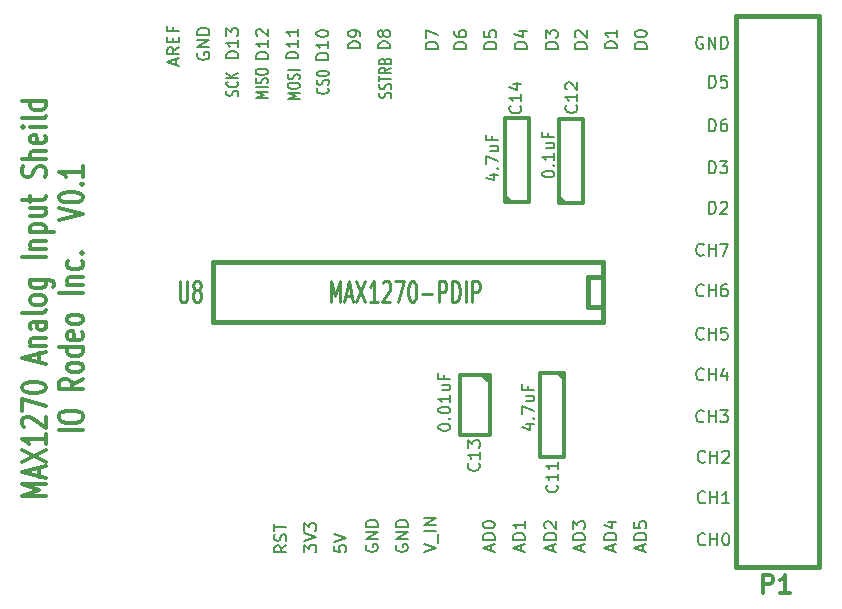
<source format=gto>
G04 (created by PCBNEW-RS274X (2011-aug-04)-testing) date Fri 14 Sep 2012 05:32:11 PM PDT*
G01*
G70*
G90*
%MOIN*%
G04 Gerber Fmt 3.4, Leading zero omitted, Abs format*
%FSLAX34Y34*%
G04 APERTURE LIST*
%ADD10C,0.006000*%
%ADD11C,0.012000*%
%ADD12C,0.015000*%
%ADD13C,0.011300*%
%ADD14C,0.008000*%
G04 APERTURE END LIST*
G54D10*
X61872Y-34045D02*
X61472Y-34045D01*
X61472Y-33950D01*
X61491Y-33892D01*
X61529Y-33854D01*
X61567Y-33835D01*
X61643Y-33816D01*
X61700Y-33816D01*
X61777Y-33835D01*
X61815Y-33854D01*
X61853Y-33892D01*
X61872Y-33950D01*
X61872Y-34045D01*
X61643Y-33588D02*
X61624Y-33626D01*
X61605Y-33645D01*
X61567Y-33664D01*
X61548Y-33664D01*
X61510Y-33645D01*
X61491Y-33626D01*
X61472Y-33588D01*
X61472Y-33511D01*
X61491Y-33473D01*
X61510Y-33454D01*
X61548Y-33435D01*
X61567Y-33435D01*
X61605Y-33454D01*
X61624Y-33473D01*
X61643Y-33511D01*
X61643Y-33588D01*
X61662Y-33626D01*
X61681Y-33645D01*
X61720Y-33664D01*
X61796Y-33664D01*
X61834Y-33645D01*
X61853Y-33626D01*
X61872Y-33588D01*
X61872Y-33511D01*
X61853Y-33473D01*
X61834Y-33454D01*
X61796Y-33435D01*
X61720Y-33435D01*
X61681Y-33454D01*
X61662Y-33473D01*
X61643Y-33511D01*
X60882Y-34045D02*
X60482Y-34045D01*
X60482Y-33950D01*
X60501Y-33892D01*
X60539Y-33854D01*
X60577Y-33835D01*
X60653Y-33816D01*
X60710Y-33816D01*
X60787Y-33835D01*
X60825Y-33854D01*
X60863Y-33892D01*
X60882Y-33950D01*
X60882Y-34045D01*
X60882Y-33626D02*
X60882Y-33550D01*
X60863Y-33511D01*
X60844Y-33492D01*
X60787Y-33454D01*
X60710Y-33435D01*
X60558Y-33435D01*
X60520Y-33454D01*
X60501Y-33473D01*
X60482Y-33511D01*
X60482Y-33588D01*
X60501Y-33626D01*
X60520Y-33645D01*
X60558Y-33664D01*
X60653Y-33664D01*
X60691Y-33645D01*
X60710Y-33626D01*
X60730Y-33588D01*
X60730Y-33511D01*
X60710Y-33473D01*
X60691Y-33454D01*
X60653Y-33435D01*
X59812Y-34426D02*
X59412Y-34426D01*
X59412Y-34331D01*
X59431Y-34273D01*
X59469Y-34235D01*
X59507Y-34216D01*
X59583Y-34197D01*
X59640Y-34197D01*
X59717Y-34216D01*
X59755Y-34235D01*
X59793Y-34273D01*
X59812Y-34331D01*
X59812Y-34426D01*
X59812Y-33816D02*
X59812Y-34045D01*
X59812Y-33931D02*
X59412Y-33931D01*
X59469Y-33969D01*
X59507Y-34007D01*
X59526Y-34045D01*
X59412Y-33569D02*
X59412Y-33530D01*
X59431Y-33492D01*
X59450Y-33473D01*
X59488Y-33454D01*
X59564Y-33435D01*
X59660Y-33435D01*
X59736Y-33454D01*
X59774Y-33473D01*
X59793Y-33492D01*
X59812Y-33530D01*
X59812Y-33569D01*
X59793Y-33607D01*
X59774Y-33626D01*
X59736Y-33645D01*
X59660Y-33664D01*
X59564Y-33664D01*
X59488Y-33645D01*
X59450Y-33626D01*
X59431Y-33607D01*
X59412Y-33569D01*
X58802Y-34386D02*
X58402Y-34386D01*
X58402Y-34291D01*
X58421Y-34233D01*
X58459Y-34195D01*
X58497Y-34176D01*
X58573Y-34157D01*
X58630Y-34157D01*
X58707Y-34176D01*
X58745Y-34195D01*
X58783Y-34233D01*
X58802Y-34291D01*
X58802Y-34386D01*
X58802Y-33776D02*
X58802Y-34005D01*
X58802Y-33891D02*
X58402Y-33891D01*
X58459Y-33929D01*
X58497Y-33967D01*
X58516Y-34005D01*
X58802Y-33395D02*
X58802Y-33624D01*
X58802Y-33510D02*
X58402Y-33510D01*
X58459Y-33548D01*
X58497Y-33586D01*
X58516Y-33624D01*
X57802Y-34396D02*
X57402Y-34396D01*
X57402Y-34301D01*
X57421Y-34243D01*
X57459Y-34205D01*
X57497Y-34186D01*
X57573Y-34167D01*
X57630Y-34167D01*
X57707Y-34186D01*
X57745Y-34205D01*
X57783Y-34243D01*
X57802Y-34301D01*
X57802Y-34396D01*
X57802Y-33786D02*
X57802Y-34015D01*
X57802Y-33901D02*
X57402Y-33901D01*
X57459Y-33939D01*
X57497Y-33977D01*
X57516Y-34015D01*
X57440Y-33634D02*
X57421Y-33615D01*
X57402Y-33577D01*
X57402Y-33481D01*
X57421Y-33443D01*
X57440Y-33424D01*
X57478Y-33405D01*
X57516Y-33405D01*
X57573Y-33424D01*
X57802Y-33653D01*
X57802Y-33405D01*
X56812Y-34376D02*
X56412Y-34376D01*
X56412Y-34281D01*
X56431Y-34223D01*
X56469Y-34185D01*
X56507Y-34166D01*
X56583Y-34147D01*
X56640Y-34147D01*
X56717Y-34166D01*
X56755Y-34185D01*
X56793Y-34223D01*
X56812Y-34281D01*
X56812Y-34376D01*
X56812Y-33766D02*
X56812Y-33995D01*
X56812Y-33881D02*
X56412Y-33881D01*
X56469Y-33919D01*
X56507Y-33957D01*
X56526Y-33995D01*
X56412Y-33633D02*
X56412Y-33385D01*
X56564Y-33519D01*
X56564Y-33461D01*
X56583Y-33423D01*
X56602Y-33404D01*
X56640Y-33385D01*
X56736Y-33385D01*
X56774Y-33404D01*
X56793Y-33423D01*
X56812Y-33461D01*
X56812Y-33576D01*
X56793Y-33614D01*
X56774Y-33633D01*
X70422Y-34055D02*
X70022Y-34055D01*
X70022Y-33960D01*
X70041Y-33902D01*
X70079Y-33864D01*
X70117Y-33845D01*
X70193Y-33826D01*
X70250Y-33826D01*
X70327Y-33845D01*
X70365Y-33864D01*
X70403Y-33902D01*
X70422Y-33960D01*
X70422Y-34055D01*
X70022Y-33579D02*
X70022Y-33540D01*
X70041Y-33502D01*
X70060Y-33483D01*
X70098Y-33464D01*
X70174Y-33445D01*
X70270Y-33445D01*
X70346Y-33464D01*
X70384Y-33483D01*
X70403Y-33502D01*
X70422Y-33540D01*
X70422Y-33579D01*
X70403Y-33617D01*
X70384Y-33636D01*
X70346Y-33655D01*
X70270Y-33674D01*
X70174Y-33674D01*
X70098Y-33655D01*
X70060Y-33636D01*
X70041Y-33617D01*
X70022Y-33579D01*
X69422Y-34045D02*
X69022Y-34045D01*
X69022Y-33950D01*
X69041Y-33892D01*
X69079Y-33854D01*
X69117Y-33835D01*
X69193Y-33816D01*
X69250Y-33816D01*
X69327Y-33835D01*
X69365Y-33854D01*
X69403Y-33892D01*
X69422Y-33950D01*
X69422Y-34045D01*
X69422Y-33435D02*
X69422Y-33664D01*
X69422Y-33550D02*
X69022Y-33550D01*
X69079Y-33588D01*
X69117Y-33626D01*
X69136Y-33664D01*
X66422Y-34055D02*
X66022Y-34055D01*
X66022Y-33960D01*
X66041Y-33902D01*
X66079Y-33864D01*
X66117Y-33845D01*
X66193Y-33826D01*
X66250Y-33826D01*
X66327Y-33845D01*
X66365Y-33864D01*
X66403Y-33902D01*
X66422Y-33960D01*
X66422Y-34055D01*
X66155Y-33483D02*
X66422Y-33483D01*
X66003Y-33579D02*
X66289Y-33674D01*
X66289Y-33426D01*
X63452Y-34055D02*
X63052Y-34055D01*
X63052Y-33960D01*
X63071Y-33902D01*
X63109Y-33864D01*
X63147Y-33845D01*
X63223Y-33826D01*
X63280Y-33826D01*
X63357Y-33845D01*
X63395Y-33864D01*
X63433Y-33902D01*
X63452Y-33960D01*
X63452Y-34055D01*
X63052Y-33693D02*
X63052Y-33426D01*
X63452Y-33598D01*
G54D11*
X50394Y-48984D02*
X49594Y-48984D01*
X50165Y-48784D01*
X49594Y-48584D01*
X50394Y-48584D01*
X50165Y-48327D02*
X50165Y-48041D01*
X50394Y-48384D02*
X49594Y-48184D01*
X50394Y-47984D01*
X49594Y-47841D02*
X50394Y-47441D01*
X49594Y-47441D02*
X50394Y-47841D01*
X50394Y-46899D02*
X50394Y-47242D01*
X50394Y-47070D02*
X49594Y-47070D01*
X49708Y-47127D01*
X49784Y-47185D01*
X49822Y-47242D01*
X49670Y-46671D02*
X49632Y-46642D01*
X49594Y-46585D01*
X49594Y-46442D01*
X49632Y-46385D01*
X49670Y-46356D01*
X49746Y-46328D01*
X49822Y-46328D01*
X49937Y-46356D01*
X50394Y-46699D01*
X50394Y-46328D01*
X49594Y-46128D02*
X49594Y-45728D01*
X50394Y-45985D01*
X49594Y-45386D02*
X49594Y-45329D01*
X49632Y-45272D01*
X49670Y-45243D01*
X49746Y-45214D01*
X49899Y-45186D01*
X50089Y-45186D01*
X50241Y-45214D01*
X50318Y-45243D01*
X50356Y-45272D01*
X50394Y-45329D01*
X50394Y-45386D01*
X50356Y-45443D01*
X50318Y-45472D01*
X50241Y-45500D01*
X50089Y-45529D01*
X49899Y-45529D01*
X49746Y-45500D01*
X49670Y-45472D01*
X49632Y-45443D01*
X49594Y-45386D01*
X50165Y-44501D02*
X50165Y-44215D01*
X50394Y-44558D02*
X49594Y-44358D01*
X50394Y-44158D01*
X49860Y-43958D02*
X50394Y-43958D01*
X49937Y-43958D02*
X49899Y-43930D01*
X49860Y-43872D01*
X49860Y-43787D01*
X49899Y-43730D01*
X49975Y-43701D01*
X50394Y-43701D01*
X50394Y-43158D02*
X49975Y-43158D01*
X49899Y-43187D01*
X49860Y-43244D01*
X49860Y-43358D01*
X49899Y-43415D01*
X50356Y-43158D02*
X50394Y-43215D01*
X50394Y-43358D01*
X50356Y-43415D01*
X50280Y-43444D01*
X50203Y-43444D01*
X50127Y-43415D01*
X50089Y-43358D01*
X50089Y-43215D01*
X50051Y-43158D01*
X50394Y-42786D02*
X50356Y-42844D01*
X50280Y-42872D01*
X49594Y-42872D01*
X50394Y-42472D02*
X50356Y-42530D01*
X50318Y-42558D01*
X50241Y-42587D01*
X50013Y-42587D01*
X49937Y-42558D01*
X49899Y-42530D01*
X49860Y-42472D01*
X49860Y-42387D01*
X49899Y-42330D01*
X49937Y-42301D01*
X50013Y-42272D01*
X50241Y-42272D01*
X50318Y-42301D01*
X50356Y-42330D01*
X50394Y-42387D01*
X50394Y-42472D01*
X49860Y-41758D02*
X50508Y-41758D01*
X50584Y-41787D01*
X50622Y-41815D01*
X50660Y-41872D01*
X50660Y-41958D01*
X50622Y-42015D01*
X50356Y-41758D02*
X50394Y-41815D01*
X50394Y-41929D01*
X50356Y-41987D01*
X50318Y-42015D01*
X50241Y-42044D01*
X50013Y-42044D01*
X49937Y-42015D01*
X49899Y-41987D01*
X49860Y-41929D01*
X49860Y-41815D01*
X49899Y-41758D01*
X50394Y-41015D02*
X49594Y-41015D01*
X49860Y-40729D02*
X50394Y-40729D01*
X49937Y-40729D02*
X49899Y-40701D01*
X49860Y-40643D01*
X49860Y-40558D01*
X49899Y-40501D01*
X49975Y-40472D01*
X50394Y-40472D01*
X49860Y-40186D02*
X50660Y-40186D01*
X49899Y-40186D02*
X49860Y-40129D01*
X49860Y-40015D01*
X49899Y-39958D01*
X49937Y-39929D01*
X50013Y-39900D01*
X50241Y-39900D01*
X50318Y-39929D01*
X50356Y-39958D01*
X50394Y-40015D01*
X50394Y-40129D01*
X50356Y-40186D01*
X49860Y-39386D02*
X50394Y-39386D01*
X49860Y-39643D02*
X50280Y-39643D01*
X50356Y-39615D01*
X50394Y-39557D01*
X50394Y-39472D01*
X50356Y-39415D01*
X50318Y-39386D01*
X49860Y-39186D02*
X49860Y-38957D01*
X49594Y-39100D02*
X50280Y-39100D01*
X50356Y-39072D01*
X50394Y-39014D01*
X50394Y-38957D01*
X50356Y-38329D02*
X50394Y-38243D01*
X50394Y-38100D01*
X50356Y-38043D01*
X50318Y-38014D01*
X50241Y-37986D01*
X50165Y-37986D01*
X50089Y-38014D01*
X50051Y-38043D01*
X50013Y-38100D01*
X49975Y-38214D01*
X49937Y-38272D01*
X49899Y-38300D01*
X49822Y-38329D01*
X49746Y-38329D01*
X49670Y-38300D01*
X49632Y-38272D01*
X49594Y-38214D01*
X49594Y-38072D01*
X49632Y-37986D01*
X50394Y-37729D02*
X49594Y-37729D01*
X50394Y-37472D02*
X49975Y-37472D01*
X49899Y-37501D01*
X49860Y-37558D01*
X49860Y-37643D01*
X49899Y-37701D01*
X49937Y-37729D01*
X50356Y-36958D02*
X50394Y-37015D01*
X50394Y-37129D01*
X50356Y-37186D01*
X50280Y-37215D01*
X49975Y-37215D01*
X49899Y-37186D01*
X49860Y-37129D01*
X49860Y-37015D01*
X49899Y-36958D01*
X49975Y-36929D01*
X50051Y-36929D01*
X50127Y-37215D01*
X50394Y-36672D02*
X49860Y-36672D01*
X49594Y-36672D02*
X49632Y-36701D01*
X49670Y-36672D01*
X49632Y-36644D01*
X49594Y-36672D01*
X49670Y-36672D01*
X50394Y-36300D02*
X50356Y-36358D01*
X50280Y-36386D01*
X49594Y-36386D01*
X50394Y-35815D02*
X49594Y-35815D01*
X50356Y-35815D02*
X50394Y-35872D01*
X50394Y-35986D01*
X50356Y-36044D01*
X50318Y-36072D01*
X50241Y-36101D01*
X50013Y-36101D01*
X49937Y-36072D01*
X49899Y-36044D01*
X49860Y-35986D01*
X49860Y-35872D01*
X49899Y-35815D01*
X51634Y-46785D02*
X50834Y-46785D01*
X50834Y-46385D02*
X50834Y-46271D01*
X50872Y-46213D01*
X50948Y-46156D01*
X51100Y-46128D01*
X51367Y-46128D01*
X51520Y-46156D01*
X51596Y-46213D01*
X51634Y-46271D01*
X51634Y-46385D01*
X51596Y-46442D01*
X51520Y-46499D01*
X51367Y-46528D01*
X51100Y-46528D01*
X50948Y-46499D01*
X50872Y-46442D01*
X50834Y-46385D01*
X51634Y-45070D02*
X51253Y-45270D01*
X51634Y-45413D02*
X50834Y-45413D01*
X50834Y-45185D01*
X50872Y-45127D01*
X50910Y-45099D01*
X50986Y-45070D01*
X51100Y-45070D01*
X51177Y-45099D01*
X51215Y-45127D01*
X51253Y-45185D01*
X51253Y-45413D01*
X51634Y-44727D02*
X51596Y-44785D01*
X51558Y-44813D01*
X51481Y-44842D01*
X51253Y-44842D01*
X51177Y-44813D01*
X51139Y-44785D01*
X51100Y-44727D01*
X51100Y-44642D01*
X51139Y-44585D01*
X51177Y-44556D01*
X51253Y-44527D01*
X51481Y-44527D01*
X51558Y-44556D01*
X51596Y-44585D01*
X51634Y-44642D01*
X51634Y-44727D01*
X51634Y-44013D02*
X50834Y-44013D01*
X51596Y-44013D02*
X51634Y-44070D01*
X51634Y-44184D01*
X51596Y-44242D01*
X51558Y-44270D01*
X51481Y-44299D01*
X51253Y-44299D01*
X51177Y-44270D01*
X51139Y-44242D01*
X51100Y-44184D01*
X51100Y-44070D01*
X51139Y-44013D01*
X51596Y-43499D02*
X51634Y-43556D01*
X51634Y-43670D01*
X51596Y-43727D01*
X51520Y-43756D01*
X51215Y-43756D01*
X51139Y-43727D01*
X51100Y-43670D01*
X51100Y-43556D01*
X51139Y-43499D01*
X51215Y-43470D01*
X51291Y-43470D01*
X51367Y-43756D01*
X51634Y-43127D02*
X51596Y-43185D01*
X51558Y-43213D01*
X51481Y-43242D01*
X51253Y-43242D01*
X51177Y-43213D01*
X51139Y-43185D01*
X51100Y-43127D01*
X51100Y-43042D01*
X51139Y-42985D01*
X51177Y-42956D01*
X51253Y-42927D01*
X51481Y-42927D01*
X51558Y-42956D01*
X51596Y-42985D01*
X51634Y-43042D01*
X51634Y-43127D01*
X51634Y-42213D02*
X50834Y-42213D01*
X51100Y-41927D02*
X51634Y-41927D01*
X51177Y-41927D02*
X51139Y-41899D01*
X51100Y-41841D01*
X51100Y-41756D01*
X51139Y-41699D01*
X51215Y-41670D01*
X51634Y-41670D01*
X51596Y-41127D02*
X51634Y-41184D01*
X51634Y-41298D01*
X51596Y-41356D01*
X51558Y-41384D01*
X51481Y-41413D01*
X51253Y-41413D01*
X51177Y-41384D01*
X51139Y-41356D01*
X51100Y-41298D01*
X51100Y-41184D01*
X51139Y-41127D01*
X51558Y-40870D02*
X51596Y-40842D01*
X51634Y-40870D01*
X51596Y-40899D01*
X51558Y-40870D01*
X51634Y-40870D01*
X50834Y-39756D02*
X51634Y-39556D01*
X50834Y-39356D01*
X50834Y-39042D02*
X50834Y-38985D01*
X50872Y-38928D01*
X50910Y-38899D01*
X50986Y-38870D01*
X51139Y-38842D01*
X51329Y-38842D01*
X51481Y-38870D01*
X51558Y-38899D01*
X51596Y-38928D01*
X51634Y-38985D01*
X51634Y-39042D01*
X51596Y-39099D01*
X51558Y-39128D01*
X51481Y-39156D01*
X51329Y-39185D01*
X51139Y-39185D01*
X50986Y-39156D01*
X50910Y-39128D01*
X50872Y-39099D01*
X50834Y-39042D01*
X51558Y-38585D02*
X51596Y-38557D01*
X51634Y-38585D01*
X51596Y-38614D01*
X51558Y-38585D01*
X51634Y-38585D01*
X51634Y-37985D02*
X51634Y-38328D01*
X51634Y-38156D02*
X50834Y-38156D01*
X50948Y-38213D01*
X51024Y-38271D01*
X51062Y-38328D01*
G54D10*
X70298Y-50786D02*
X70298Y-50595D01*
X70412Y-50824D02*
X70012Y-50691D01*
X70412Y-50557D01*
X70412Y-50424D02*
X70012Y-50424D01*
X70012Y-50329D01*
X70031Y-50271D01*
X70069Y-50233D01*
X70107Y-50214D01*
X70183Y-50195D01*
X70240Y-50195D01*
X70317Y-50214D01*
X70355Y-50233D01*
X70393Y-50271D01*
X70412Y-50329D01*
X70412Y-50424D01*
X70012Y-49833D02*
X70012Y-50024D01*
X70202Y-50043D01*
X70183Y-50024D01*
X70164Y-49986D01*
X70164Y-49890D01*
X70183Y-49852D01*
X70202Y-49833D01*
X70240Y-49814D01*
X70336Y-49814D01*
X70374Y-49833D01*
X70393Y-49852D01*
X70412Y-49890D01*
X70412Y-49986D01*
X70393Y-50024D01*
X70374Y-50043D01*
X69298Y-50786D02*
X69298Y-50595D01*
X69412Y-50824D02*
X69012Y-50691D01*
X69412Y-50557D01*
X69412Y-50424D02*
X69012Y-50424D01*
X69012Y-50329D01*
X69031Y-50271D01*
X69069Y-50233D01*
X69107Y-50214D01*
X69183Y-50195D01*
X69240Y-50195D01*
X69317Y-50214D01*
X69355Y-50233D01*
X69393Y-50271D01*
X69412Y-50329D01*
X69412Y-50424D01*
X69145Y-49852D02*
X69412Y-49852D01*
X68993Y-49948D02*
X69279Y-50043D01*
X69279Y-49795D01*
X68248Y-50786D02*
X68248Y-50595D01*
X68362Y-50824D02*
X67962Y-50691D01*
X68362Y-50557D01*
X68362Y-50424D02*
X67962Y-50424D01*
X67962Y-50329D01*
X67981Y-50271D01*
X68019Y-50233D01*
X68057Y-50214D01*
X68133Y-50195D01*
X68190Y-50195D01*
X68267Y-50214D01*
X68305Y-50233D01*
X68343Y-50271D01*
X68362Y-50329D01*
X68362Y-50424D01*
X67962Y-50062D02*
X67962Y-49814D01*
X68114Y-49948D01*
X68114Y-49890D01*
X68133Y-49852D01*
X68152Y-49833D01*
X68190Y-49814D01*
X68286Y-49814D01*
X68324Y-49833D01*
X68343Y-49852D01*
X68362Y-49890D01*
X68362Y-50005D01*
X68343Y-50043D01*
X68324Y-50062D01*
X67298Y-50786D02*
X67298Y-50595D01*
X67412Y-50824D02*
X67012Y-50691D01*
X67412Y-50557D01*
X67412Y-50424D02*
X67012Y-50424D01*
X67012Y-50329D01*
X67031Y-50271D01*
X67069Y-50233D01*
X67107Y-50214D01*
X67183Y-50195D01*
X67240Y-50195D01*
X67317Y-50214D01*
X67355Y-50233D01*
X67393Y-50271D01*
X67412Y-50329D01*
X67412Y-50424D01*
X67050Y-50043D02*
X67031Y-50024D01*
X67012Y-49986D01*
X67012Y-49890D01*
X67031Y-49852D01*
X67050Y-49833D01*
X67088Y-49814D01*
X67126Y-49814D01*
X67183Y-49833D01*
X67412Y-50062D01*
X67412Y-49814D01*
X66248Y-50786D02*
X66248Y-50595D01*
X66362Y-50824D02*
X65962Y-50691D01*
X66362Y-50557D01*
X66362Y-50424D02*
X65962Y-50424D01*
X65962Y-50329D01*
X65981Y-50271D01*
X66019Y-50233D01*
X66057Y-50214D01*
X66133Y-50195D01*
X66190Y-50195D01*
X66267Y-50214D01*
X66305Y-50233D01*
X66343Y-50271D01*
X66362Y-50329D01*
X66362Y-50424D01*
X66362Y-49814D02*
X66362Y-50043D01*
X66362Y-49929D02*
X65962Y-49929D01*
X66019Y-49967D01*
X66057Y-50005D01*
X66076Y-50043D01*
X65248Y-50786D02*
X65248Y-50595D01*
X65362Y-50824D02*
X64962Y-50691D01*
X65362Y-50557D01*
X65362Y-50424D02*
X64962Y-50424D01*
X64962Y-50329D01*
X64981Y-50271D01*
X65019Y-50233D01*
X65057Y-50214D01*
X65133Y-50195D01*
X65190Y-50195D01*
X65267Y-50214D01*
X65305Y-50233D01*
X65343Y-50271D01*
X65362Y-50329D01*
X65362Y-50424D01*
X64962Y-49948D02*
X64962Y-49909D01*
X64981Y-49871D01*
X65000Y-49852D01*
X65038Y-49833D01*
X65114Y-49814D01*
X65210Y-49814D01*
X65286Y-49833D01*
X65324Y-49852D01*
X65343Y-49871D01*
X65362Y-49909D01*
X65362Y-49948D01*
X65343Y-49986D01*
X65324Y-50005D01*
X65286Y-50024D01*
X65210Y-50043D01*
X65114Y-50043D01*
X65038Y-50024D01*
X65000Y-50005D01*
X64981Y-49986D01*
X64962Y-49948D01*
X63012Y-50840D02*
X63412Y-50707D01*
X63012Y-50573D01*
X63450Y-50535D02*
X63450Y-50230D01*
X63412Y-50135D02*
X63012Y-50135D01*
X63412Y-49945D02*
X63012Y-49945D01*
X63412Y-49716D01*
X63012Y-49716D01*
X62081Y-50604D02*
X62062Y-50642D01*
X62062Y-50699D01*
X62081Y-50757D01*
X62119Y-50795D01*
X62157Y-50814D01*
X62233Y-50833D01*
X62290Y-50833D01*
X62367Y-50814D01*
X62405Y-50795D01*
X62443Y-50757D01*
X62462Y-50699D01*
X62462Y-50661D01*
X62443Y-50604D01*
X62424Y-50585D01*
X62290Y-50585D01*
X62290Y-50661D01*
X62462Y-50414D02*
X62062Y-50414D01*
X62462Y-50185D01*
X62062Y-50185D01*
X62462Y-49995D02*
X62062Y-49995D01*
X62062Y-49900D01*
X62081Y-49842D01*
X62119Y-49804D01*
X62157Y-49785D01*
X62233Y-49766D01*
X62290Y-49766D01*
X62367Y-49785D01*
X62405Y-49804D01*
X62443Y-49842D01*
X62462Y-49900D01*
X62462Y-49995D01*
X61081Y-50604D02*
X61062Y-50642D01*
X61062Y-50699D01*
X61081Y-50757D01*
X61119Y-50795D01*
X61157Y-50814D01*
X61233Y-50833D01*
X61290Y-50833D01*
X61367Y-50814D01*
X61405Y-50795D01*
X61443Y-50757D01*
X61462Y-50699D01*
X61462Y-50661D01*
X61443Y-50604D01*
X61424Y-50585D01*
X61290Y-50585D01*
X61290Y-50661D01*
X61462Y-50414D02*
X61062Y-50414D01*
X61462Y-50185D01*
X61062Y-50185D01*
X61462Y-49995D02*
X61062Y-49995D01*
X61062Y-49900D01*
X61081Y-49842D01*
X61119Y-49804D01*
X61157Y-49785D01*
X61233Y-49766D01*
X61290Y-49766D01*
X61367Y-49785D01*
X61405Y-49804D01*
X61443Y-49842D01*
X61462Y-49900D01*
X61462Y-49995D01*
X60012Y-50626D02*
X60012Y-50817D01*
X60202Y-50836D01*
X60183Y-50817D01*
X60164Y-50779D01*
X60164Y-50683D01*
X60183Y-50645D01*
X60202Y-50626D01*
X60240Y-50607D01*
X60336Y-50607D01*
X60374Y-50626D01*
X60393Y-50645D01*
X60412Y-50683D01*
X60412Y-50779D01*
X60393Y-50817D01*
X60374Y-50836D01*
X60012Y-50493D02*
X60412Y-50360D01*
X60012Y-50226D01*
X59012Y-50845D02*
X59012Y-50597D01*
X59164Y-50731D01*
X59164Y-50673D01*
X59183Y-50635D01*
X59202Y-50616D01*
X59240Y-50597D01*
X59336Y-50597D01*
X59374Y-50616D01*
X59393Y-50635D01*
X59412Y-50673D01*
X59412Y-50788D01*
X59393Y-50826D01*
X59374Y-50845D01*
X59012Y-50483D02*
X59412Y-50350D01*
X59012Y-50216D01*
X59012Y-50121D02*
X59012Y-49873D01*
X59164Y-50007D01*
X59164Y-49949D01*
X59183Y-49911D01*
X59202Y-49892D01*
X59240Y-49873D01*
X59336Y-49873D01*
X59374Y-49892D01*
X59393Y-49911D01*
X59412Y-49949D01*
X59412Y-50064D01*
X59393Y-50102D01*
X59374Y-50121D01*
X58412Y-50619D02*
X58221Y-50753D01*
X58412Y-50848D02*
X58012Y-50848D01*
X58012Y-50695D01*
X58031Y-50657D01*
X58050Y-50638D01*
X58088Y-50619D01*
X58145Y-50619D01*
X58183Y-50638D01*
X58202Y-50657D01*
X58221Y-50695D01*
X58221Y-50848D01*
X58393Y-50467D02*
X58412Y-50410D01*
X58412Y-50314D01*
X58393Y-50276D01*
X58374Y-50257D01*
X58336Y-50238D01*
X58298Y-50238D01*
X58260Y-50257D01*
X58240Y-50276D01*
X58221Y-50314D01*
X58202Y-50391D01*
X58183Y-50429D01*
X58164Y-50448D01*
X58126Y-50467D01*
X58088Y-50467D01*
X58050Y-50448D01*
X58031Y-50429D01*
X58012Y-50391D01*
X58012Y-50295D01*
X58031Y-50238D01*
X58012Y-50124D02*
X58012Y-49895D01*
X58412Y-50010D02*
X58012Y-50010D01*
X54718Y-34608D02*
X54718Y-34417D01*
X54832Y-34646D02*
X54432Y-34513D01*
X54832Y-34379D01*
X54832Y-34017D02*
X54641Y-34151D01*
X54832Y-34246D02*
X54432Y-34246D01*
X54432Y-34093D01*
X54451Y-34055D01*
X54470Y-34036D01*
X54508Y-34017D01*
X54565Y-34017D01*
X54603Y-34036D01*
X54622Y-34055D01*
X54641Y-34093D01*
X54641Y-34246D01*
X54622Y-33846D02*
X54622Y-33712D01*
X54832Y-33655D02*
X54832Y-33846D01*
X54432Y-33846D01*
X54432Y-33655D01*
X54622Y-33350D02*
X54622Y-33484D01*
X54832Y-33484D02*
X54432Y-33484D01*
X54432Y-33293D01*
X55461Y-34204D02*
X55442Y-34242D01*
X55442Y-34299D01*
X55461Y-34357D01*
X55499Y-34395D01*
X55537Y-34414D01*
X55613Y-34433D01*
X55670Y-34433D01*
X55747Y-34414D01*
X55785Y-34395D01*
X55823Y-34357D01*
X55842Y-34299D01*
X55842Y-34261D01*
X55823Y-34204D01*
X55804Y-34185D01*
X55670Y-34185D01*
X55670Y-34261D01*
X55842Y-34014D02*
X55442Y-34014D01*
X55842Y-33785D01*
X55442Y-33785D01*
X55842Y-33595D02*
X55442Y-33595D01*
X55442Y-33500D01*
X55461Y-33442D01*
X55499Y-33404D01*
X55537Y-33385D01*
X55613Y-33366D01*
X55670Y-33366D01*
X55747Y-33385D01*
X55785Y-33404D01*
X55823Y-33442D01*
X55842Y-33500D01*
X55842Y-33595D01*
X56793Y-35626D02*
X56812Y-35583D01*
X56812Y-35512D01*
X56793Y-35483D01*
X56774Y-35469D01*
X56736Y-35454D01*
X56698Y-35454D01*
X56660Y-35469D01*
X56640Y-35483D01*
X56621Y-35512D01*
X56602Y-35569D01*
X56583Y-35597D01*
X56564Y-35612D01*
X56526Y-35626D01*
X56488Y-35626D01*
X56450Y-35612D01*
X56431Y-35597D01*
X56412Y-35569D01*
X56412Y-35497D01*
X56431Y-35454D01*
X56774Y-35154D02*
X56793Y-35168D01*
X56812Y-35211D01*
X56812Y-35240D01*
X56793Y-35283D01*
X56755Y-35311D01*
X56717Y-35326D01*
X56640Y-35340D01*
X56583Y-35340D01*
X56507Y-35326D01*
X56469Y-35311D01*
X56431Y-35283D01*
X56412Y-35240D01*
X56412Y-35211D01*
X56431Y-35168D01*
X56450Y-35154D01*
X56812Y-35026D02*
X56412Y-35026D01*
X56812Y-34854D02*
X56583Y-34983D01*
X56412Y-34854D02*
X56640Y-35026D01*
X57792Y-35692D02*
X57392Y-35692D01*
X57678Y-35592D01*
X57392Y-35492D01*
X57792Y-35492D01*
X57792Y-35349D02*
X57392Y-35349D01*
X57773Y-35220D02*
X57792Y-35177D01*
X57792Y-35106D01*
X57773Y-35077D01*
X57754Y-35063D01*
X57716Y-35048D01*
X57678Y-35048D01*
X57640Y-35063D01*
X57620Y-35077D01*
X57601Y-35106D01*
X57582Y-35163D01*
X57563Y-35191D01*
X57544Y-35206D01*
X57506Y-35220D01*
X57468Y-35220D01*
X57430Y-35206D01*
X57411Y-35191D01*
X57392Y-35163D01*
X57392Y-35091D01*
X57411Y-35048D01*
X57392Y-34862D02*
X57392Y-34805D01*
X57411Y-34777D01*
X57449Y-34748D01*
X57525Y-34734D01*
X57659Y-34734D01*
X57735Y-34748D01*
X57773Y-34777D01*
X57792Y-34805D01*
X57792Y-34862D01*
X57773Y-34891D01*
X57735Y-34920D01*
X57659Y-34934D01*
X57525Y-34934D01*
X57449Y-34920D01*
X57411Y-34891D01*
X57392Y-34862D01*
X58852Y-35722D02*
X58452Y-35722D01*
X58738Y-35622D01*
X58452Y-35522D01*
X58852Y-35522D01*
X58452Y-35321D02*
X58452Y-35264D01*
X58471Y-35236D01*
X58509Y-35207D01*
X58585Y-35193D01*
X58719Y-35193D01*
X58795Y-35207D01*
X58833Y-35236D01*
X58852Y-35264D01*
X58852Y-35321D01*
X58833Y-35350D01*
X58795Y-35379D01*
X58719Y-35393D01*
X58585Y-35393D01*
X58509Y-35379D01*
X58471Y-35350D01*
X58452Y-35321D01*
X58833Y-35079D02*
X58852Y-35036D01*
X58852Y-34965D01*
X58833Y-34936D01*
X58814Y-34922D01*
X58776Y-34907D01*
X58738Y-34907D01*
X58700Y-34922D01*
X58680Y-34936D01*
X58661Y-34965D01*
X58642Y-35022D01*
X58623Y-35050D01*
X58604Y-35065D01*
X58566Y-35079D01*
X58528Y-35079D01*
X58490Y-35065D01*
X58471Y-35050D01*
X58452Y-35022D01*
X58452Y-34950D01*
X58471Y-34907D01*
X58852Y-34779D02*
X58452Y-34779D01*
X59784Y-35373D02*
X59803Y-35387D01*
X59822Y-35430D01*
X59822Y-35459D01*
X59803Y-35502D01*
X59765Y-35530D01*
X59727Y-35545D01*
X59650Y-35559D01*
X59593Y-35559D01*
X59517Y-35545D01*
X59479Y-35530D01*
X59441Y-35502D01*
X59422Y-35459D01*
X59422Y-35430D01*
X59441Y-35387D01*
X59460Y-35373D01*
X59803Y-35259D02*
X59822Y-35216D01*
X59822Y-35145D01*
X59803Y-35116D01*
X59784Y-35102D01*
X59746Y-35087D01*
X59708Y-35087D01*
X59670Y-35102D01*
X59650Y-35116D01*
X59631Y-35145D01*
X59612Y-35202D01*
X59593Y-35230D01*
X59574Y-35245D01*
X59536Y-35259D01*
X59498Y-35259D01*
X59460Y-35245D01*
X59441Y-35230D01*
X59422Y-35202D01*
X59422Y-35130D01*
X59441Y-35087D01*
X59422Y-34901D02*
X59422Y-34873D01*
X59441Y-34844D01*
X59460Y-34830D01*
X59498Y-34816D01*
X59574Y-34801D01*
X59670Y-34801D01*
X59746Y-34816D01*
X59784Y-34830D01*
X59803Y-34844D01*
X59822Y-34873D01*
X59822Y-34901D01*
X59803Y-34930D01*
X59784Y-34944D01*
X59746Y-34959D01*
X59670Y-34973D01*
X59574Y-34973D01*
X59498Y-34959D01*
X59460Y-34944D01*
X59441Y-34930D01*
X59422Y-34901D01*
X61883Y-35693D02*
X61902Y-35650D01*
X61902Y-35579D01*
X61883Y-35550D01*
X61864Y-35536D01*
X61826Y-35521D01*
X61788Y-35521D01*
X61750Y-35536D01*
X61730Y-35550D01*
X61711Y-35579D01*
X61692Y-35636D01*
X61673Y-35664D01*
X61654Y-35679D01*
X61616Y-35693D01*
X61578Y-35693D01*
X61540Y-35679D01*
X61521Y-35664D01*
X61502Y-35636D01*
X61502Y-35564D01*
X61521Y-35521D01*
X61883Y-35407D02*
X61902Y-35364D01*
X61902Y-35293D01*
X61883Y-35264D01*
X61864Y-35250D01*
X61826Y-35235D01*
X61788Y-35235D01*
X61750Y-35250D01*
X61730Y-35264D01*
X61711Y-35293D01*
X61692Y-35350D01*
X61673Y-35378D01*
X61654Y-35393D01*
X61616Y-35407D01*
X61578Y-35407D01*
X61540Y-35393D01*
X61521Y-35378D01*
X61502Y-35350D01*
X61502Y-35278D01*
X61521Y-35235D01*
X61502Y-35149D02*
X61502Y-34978D01*
X61902Y-35064D02*
X61502Y-35064D01*
X61902Y-34706D02*
X61711Y-34806D01*
X61902Y-34878D02*
X61502Y-34878D01*
X61502Y-34763D01*
X61521Y-34735D01*
X61540Y-34720D01*
X61578Y-34706D01*
X61635Y-34706D01*
X61673Y-34720D01*
X61692Y-34735D01*
X61711Y-34763D01*
X61711Y-34878D01*
X61692Y-34478D02*
X61711Y-34435D01*
X61730Y-34420D01*
X61769Y-34406D01*
X61826Y-34406D01*
X61864Y-34420D01*
X61883Y-34435D01*
X61902Y-34463D01*
X61902Y-34578D01*
X61502Y-34578D01*
X61502Y-34478D01*
X61521Y-34449D01*
X61540Y-34435D01*
X61578Y-34420D01*
X61616Y-34420D01*
X61654Y-34435D01*
X61673Y-34449D01*
X61692Y-34478D01*
X61692Y-34578D01*
X64402Y-34055D02*
X64002Y-34055D01*
X64002Y-33960D01*
X64021Y-33902D01*
X64059Y-33864D01*
X64097Y-33845D01*
X64173Y-33826D01*
X64230Y-33826D01*
X64307Y-33845D01*
X64345Y-33864D01*
X64383Y-33902D01*
X64402Y-33960D01*
X64402Y-34055D01*
X64002Y-33483D02*
X64002Y-33560D01*
X64021Y-33598D01*
X64040Y-33617D01*
X64097Y-33655D01*
X64173Y-33674D01*
X64326Y-33674D01*
X64364Y-33655D01*
X64383Y-33636D01*
X64402Y-33598D01*
X64402Y-33521D01*
X64383Y-33483D01*
X64364Y-33464D01*
X64326Y-33445D01*
X64230Y-33445D01*
X64192Y-33464D01*
X64173Y-33483D01*
X64154Y-33521D01*
X64154Y-33598D01*
X64173Y-33636D01*
X64192Y-33655D01*
X64230Y-33674D01*
X65412Y-34055D02*
X65012Y-34055D01*
X65012Y-33960D01*
X65031Y-33902D01*
X65069Y-33864D01*
X65107Y-33845D01*
X65183Y-33826D01*
X65240Y-33826D01*
X65317Y-33845D01*
X65355Y-33864D01*
X65393Y-33902D01*
X65412Y-33960D01*
X65412Y-34055D01*
X65012Y-33464D02*
X65012Y-33655D01*
X65202Y-33674D01*
X65183Y-33655D01*
X65164Y-33617D01*
X65164Y-33521D01*
X65183Y-33483D01*
X65202Y-33464D01*
X65240Y-33445D01*
X65336Y-33445D01*
X65374Y-33464D01*
X65393Y-33483D01*
X65412Y-33521D01*
X65412Y-33617D01*
X65393Y-33655D01*
X65374Y-33674D01*
X67452Y-34055D02*
X67052Y-34055D01*
X67052Y-33960D01*
X67071Y-33902D01*
X67109Y-33864D01*
X67147Y-33845D01*
X67223Y-33826D01*
X67280Y-33826D01*
X67357Y-33845D01*
X67395Y-33864D01*
X67433Y-33902D01*
X67452Y-33960D01*
X67452Y-34055D01*
X67052Y-33693D02*
X67052Y-33445D01*
X67204Y-33579D01*
X67204Y-33521D01*
X67223Y-33483D01*
X67242Y-33464D01*
X67280Y-33445D01*
X67376Y-33445D01*
X67414Y-33464D01*
X67433Y-33483D01*
X67452Y-33521D01*
X67452Y-33636D01*
X67433Y-33674D01*
X67414Y-33693D01*
X68422Y-34055D02*
X68022Y-34055D01*
X68022Y-33960D01*
X68041Y-33902D01*
X68079Y-33864D01*
X68117Y-33845D01*
X68193Y-33826D01*
X68250Y-33826D01*
X68327Y-33845D01*
X68365Y-33864D01*
X68403Y-33902D01*
X68422Y-33960D01*
X68422Y-34055D01*
X68060Y-33674D02*
X68041Y-33655D01*
X68022Y-33617D01*
X68022Y-33521D01*
X68041Y-33483D01*
X68060Y-33464D01*
X68098Y-33445D01*
X68136Y-33445D01*
X68193Y-33464D01*
X68422Y-33693D01*
X68422Y-33445D01*
X72296Y-33681D02*
X72258Y-33662D01*
X72201Y-33662D01*
X72143Y-33681D01*
X72105Y-33719D01*
X72086Y-33757D01*
X72067Y-33833D01*
X72067Y-33890D01*
X72086Y-33967D01*
X72105Y-34005D01*
X72143Y-34043D01*
X72201Y-34062D01*
X72239Y-34062D01*
X72296Y-34043D01*
X72315Y-34024D01*
X72315Y-33890D01*
X72239Y-33890D01*
X72486Y-34062D02*
X72486Y-33662D01*
X72715Y-34062D01*
X72715Y-33662D01*
X72905Y-34062D02*
X72905Y-33662D01*
X73000Y-33662D01*
X73058Y-33681D01*
X73096Y-33719D01*
X73115Y-33757D01*
X73134Y-33833D01*
X73134Y-33890D01*
X73115Y-33967D01*
X73096Y-34005D01*
X73058Y-34043D01*
X73000Y-34062D01*
X72905Y-34062D01*
X72505Y-35362D02*
X72505Y-34962D01*
X72600Y-34962D01*
X72658Y-34981D01*
X72696Y-35019D01*
X72715Y-35057D01*
X72734Y-35133D01*
X72734Y-35190D01*
X72715Y-35267D01*
X72696Y-35305D01*
X72658Y-35343D01*
X72600Y-35362D01*
X72505Y-35362D01*
X73096Y-34962D02*
X72905Y-34962D01*
X72886Y-35152D01*
X72905Y-35133D01*
X72943Y-35114D01*
X73039Y-35114D01*
X73077Y-35133D01*
X73096Y-35152D01*
X73115Y-35190D01*
X73115Y-35286D01*
X73096Y-35324D01*
X73077Y-35343D01*
X73039Y-35362D01*
X72943Y-35362D01*
X72905Y-35343D01*
X72886Y-35324D01*
X72505Y-36812D02*
X72505Y-36412D01*
X72600Y-36412D01*
X72658Y-36431D01*
X72696Y-36469D01*
X72715Y-36507D01*
X72734Y-36583D01*
X72734Y-36640D01*
X72715Y-36717D01*
X72696Y-36755D01*
X72658Y-36793D01*
X72600Y-36812D01*
X72505Y-36812D01*
X73077Y-36412D02*
X73000Y-36412D01*
X72962Y-36431D01*
X72943Y-36450D01*
X72905Y-36507D01*
X72886Y-36583D01*
X72886Y-36736D01*
X72905Y-36774D01*
X72924Y-36793D01*
X72962Y-36812D01*
X73039Y-36812D01*
X73077Y-36793D01*
X73096Y-36774D01*
X73115Y-36736D01*
X73115Y-36640D01*
X73096Y-36602D01*
X73077Y-36583D01*
X73039Y-36564D01*
X72962Y-36564D01*
X72924Y-36583D01*
X72905Y-36602D01*
X72886Y-36640D01*
X72505Y-38212D02*
X72505Y-37812D01*
X72600Y-37812D01*
X72658Y-37831D01*
X72696Y-37869D01*
X72715Y-37907D01*
X72734Y-37983D01*
X72734Y-38040D01*
X72715Y-38117D01*
X72696Y-38155D01*
X72658Y-38193D01*
X72600Y-38212D01*
X72505Y-38212D01*
X72867Y-37812D02*
X73115Y-37812D01*
X72981Y-37964D01*
X73039Y-37964D01*
X73077Y-37983D01*
X73096Y-38002D01*
X73115Y-38040D01*
X73115Y-38136D01*
X73096Y-38174D01*
X73077Y-38193D01*
X73039Y-38212D01*
X72924Y-38212D01*
X72886Y-38193D01*
X72867Y-38174D01*
X72505Y-39562D02*
X72505Y-39162D01*
X72600Y-39162D01*
X72658Y-39181D01*
X72696Y-39219D01*
X72715Y-39257D01*
X72734Y-39333D01*
X72734Y-39390D01*
X72715Y-39467D01*
X72696Y-39505D01*
X72658Y-39543D01*
X72600Y-39562D01*
X72505Y-39562D01*
X72886Y-39200D02*
X72905Y-39181D01*
X72943Y-39162D01*
X73039Y-39162D01*
X73077Y-39181D01*
X73096Y-39200D01*
X73115Y-39238D01*
X73115Y-39276D01*
X73096Y-39333D01*
X72867Y-39562D01*
X73115Y-39562D01*
X72324Y-40924D02*
X72305Y-40943D01*
X72248Y-40962D01*
X72210Y-40962D01*
X72152Y-40943D01*
X72114Y-40905D01*
X72095Y-40867D01*
X72076Y-40790D01*
X72076Y-40733D01*
X72095Y-40657D01*
X72114Y-40619D01*
X72152Y-40581D01*
X72210Y-40562D01*
X72248Y-40562D01*
X72305Y-40581D01*
X72324Y-40600D01*
X72495Y-40962D02*
X72495Y-40562D01*
X72495Y-40752D02*
X72724Y-40752D01*
X72724Y-40962D02*
X72724Y-40562D01*
X72876Y-40562D02*
X73143Y-40562D01*
X72971Y-40962D01*
X72324Y-42274D02*
X72305Y-42293D01*
X72248Y-42312D01*
X72210Y-42312D01*
X72152Y-42293D01*
X72114Y-42255D01*
X72095Y-42217D01*
X72076Y-42140D01*
X72076Y-42083D01*
X72095Y-42007D01*
X72114Y-41969D01*
X72152Y-41931D01*
X72210Y-41912D01*
X72248Y-41912D01*
X72305Y-41931D01*
X72324Y-41950D01*
X72495Y-42312D02*
X72495Y-41912D01*
X72495Y-42102D02*
X72724Y-42102D01*
X72724Y-42312D02*
X72724Y-41912D01*
X73086Y-41912D02*
X73009Y-41912D01*
X72971Y-41931D01*
X72952Y-41950D01*
X72914Y-42007D01*
X72895Y-42083D01*
X72895Y-42236D01*
X72914Y-42274D01*
X72933Y-42293D01*
X72971Y-42312D01*
X73048Y-42312D01*
X73086Y-42293D01*
X73105Y-42274D01*
X73124Y-42236D01*
X73124Y-42140D01*
X73105Y-42102D01*
X73086Y-42083D01*
X73048Y-42064D01*
X72971Y-42064D01*
X72933Y-42083D01*
X72914Y-42102D01*
X72895Y-42140D01*
X72324Y-43724D02*
X72305Y-43743D01*
X72248Y-43762D01*
X72210Y-43762D01*
X72152Y-43743D01*
X72114Y-43705D01*
X72095Y-43667D01*
X72076Y-43590D01*
X72076Y-43533D01*
X72095Y-43457D01*
X72114Y-43419D01*
X72152Y-43381D01*
X72210Y-43362D01*
X72248Y-43362D01*
X72305Y-43381D01*
X72324Y-43400D01*
X72495Y-43762D02*
X72495Y-43362D01*
X72495Y-43552D02*
X72724Y-43552D01*
X72724Y-43762D02*
X72724Y-43362D01*
X73105Y-43362D02*
X72914Y-43362D01*
X72895Y-43552D01*
X72914Y-43533D01*
X72952Y-43514D01*
X73048Y-43514D01*
X73086Y-43533D01*
X73105Y-43552D01*
X73124Y-43590D01*
X73124Y-43686D01*
X73105Y-43724D01*
X73086Y-43743D01*
X73048Y-43762D01*
X72952Y-43762D01*
X72914Y-43743D01*
X72895Y-43724D01*
X72324Y-46474D02*
X72305Y-46493D01*
X72248Y-46512D01*
X72210Y-46512D01*
X72152Y-46493D01*
X72114Y-46455D01*
X72095Y-46417D01*
X72076Y-46340D01*
X72076Y-46283D01*
X72095Y-46207D01*
X72114Y-46169D01*
X72152Y-46131D01*
X72210Y-46112D01*
X72248Y-46112D01*
X72305Y-46131D01*
X72324Y-46150D01*
X72495Y-46512D02*
X72495Y-46112D01*
X72495Y-46302D02*
X72724Y-46302D01*
X72724Y-46512D02*
X72724Y-46112D01*
X72876Y-46112D02*
X73124Y-46112D01*
X72990Y-46264D01*
X73048Y-46264D01*
X73086Y-46283D01*
X73105Y-46302D01*
X73124Y-46340D01*
X73124Y-46436D01*
X73105Y-46474D01*
X73086Y-46493D01*
X73048Y-46512D01*
X72933Y-46512D01*
X72895Y-46493D01*
X72876Y-46474D01*
X72324Y-45074D02*
X72305Y-45093D01*
X72248Y-45112D01*
X72210Y-45112D01*
X72152Y-45093D01*
X72114Y-45055D01*
X72095Y-45017D01*
X72076Y-44940D01*
X72076Y-44883D01*
X72095Y-44807D01*
X72114Y-44769D01*
X72152Y-44731D01*
X72210Y-44712D01*
X72248Y-44712D01*
X72305Y-44731D01*
X72324Y-44750D01*
X72495Y-45112D02*
X72495Y-44712D01*
X72495Y-44902D02*
X72724Y-44902D01*
X72724Y-45112D02*
X72724Y-44712D01*
X73086Y-44845D02*
X73086Y-45112D01*
X72990Y-44693D02*
X72895Y-44979D01*
X73143Y-44979D01*
X72374Y-47824D02*
X72355Y-47843D01*
X72298Y-47862D01*
X72260Y-47862D01*
X72202Y-47843D01*
X72164Y-47805D01*
X72145Y-47767D01*
X72126Y-47690D01*
X72126Y-47633D01*
X72145Y-47557D01*
X72164Y-47519D01*
X72202Y-47481D01*
X72260Y-47462D01*
X72298Y-47462D01*
X72355Y-47481D01*
X72374Y-47500D01*
X72545Y-47862D02*
X72545Y-47462D01*
X72545Y-47652D02*
X72774Y-47652D01*
X72774Y-47862D02*
X72774Y-47462D01*
X72945Y-47500D02*
X72964Y-47481D01*
X73002Y-47462D01*
X73098Y-47462D01*
X73136Y-47481D01*
X73155Y-47500D01*
X73174Y-47538D01*
X73174Y-47576D01*
X73155Y-47633D01*
X72926Y-47862D01*
X73174Y-47862D01*
X72374Y-49174D02*
X72355Y-49193D01*
X72298Y-49212D01*
X72260Y-49212D01*
X72202Y-49193D01*
X72164Y-49155D01*
X72145Y-49117D01*
X72126Y-49040D01*
X72126Y-48983D01*
X72145Y-48907D01*
X72164Y-48869D01*
X72202Y-48831D01*
X72260Y-48812D01*
X72298Y-48812D01*
X72355Y-48831D01*
X72374Y-48850D01*
X72545Y-49212D02*
X72545Y-48812D01*
X72545Y-49002D02*
X72774Y-49002D01*
X72774Y-49212D02*
X72774Y-48812D01*
X73174Y-49212D02*
X72945Y-49212D01*
X73059Y-49212D02*
X73059Y-48812D01*
X73021Y-48869D01*
X72983Y-48907D01*
X72945Y-48926D01*
X72374Y-50574D02*
X72355Y-50593D01*
X72298Y-50612D01*
X72260Y-50612D01*
X72202Y-50593D01*
X72164Y-50555D01*
X72145Y-50517D01*
X72126Y-50440D01*
X72126Y-50383D01*
X72145Y-50307D01*
X72164Y-50269D01*
X72202Y-50231D01*
X72260Y-50212D01*
X72298Y-50212D01*
X72355Y-50231D01*
X72374Y-50250D01*
X72545Y-50612D02*
X72545Y-50212D01*
X72545Y-50402D02*
X72774Y-50402D01*
X72774Y-50612D02*
X72774Y-50212D01*
X73040Y-50212D02*
X73079Y-50212D01*
X73117Y-50231D01*
X73136Y-50250D01*
X73155Y-50288D01*
X73174Y-50364D01*
X73174Y-50460D01*
X73155Y-50536D01*
X73136Y-50574D01*
X73117Y-50593D01*
X73079Y-50612D01*
X73040Y-50612D01*
X73002Y-50593D01*
X72983Y-50574D01*
X72964Y-50536D01*
X72945Y-50460D01*
X72945Y-50364D01*
X72964Y-50288D01*
X72983Y-50250D01*
X73002Y-50231D01*
X73040Y-50212D01*
G54D12*
X68951Y-42675D02*
X68451Y-42675D01*
X68451Y-42675D02*
X68451Y-41675D01*
X68451Y-41675D02*
X68951Y-41675D01*
X68951Y-41675D02*
X68951Y-41675D01*
X68951Y-43175D02*
X55951Y-43175D01*
X55951Y-43175D02*
X55951Y-41175D01*
X55951Y-41175D02*
X68951Y-41175D01*
X68951Y-41175D02*
X68951Y-43175D01*
X73386Y-32986D02*
X73386Y-51333D01*
X76180Y-32987D02*
X76180Y-51333D01*
X73385Y-51334D02*
X76141Y-51334D01*
X73386Y-32985D02*
X76181Y-32985D01*
G54D11*
X67664Y-44880D02*
X67664Y-47680D01*
X67664Y-47680D02*
X66864Y-47680D01*
X66864Y-47680D02*
X66864Y-44880D01*
X66864Y-44880D02*
X67664Y-44880D01*
X67464Y-44880D02*
X67664Y-45080D01*
X67494Y-39215D02*
X67494Y-36415D01*
X67494Y-36415D02*
X68294Y-36415D01*
X68294Y-36415D02*
X68294Y-39215D01*
X68294Y-39215D02*
X67494Y-39215D01*
X67694Y-39215D02*
X67494Y-39015D01*
X65683Y-39176D02*
X65683Y-36376D01*
X65683Y-36376D02*
X66483Y-36376D01*
X66483Y-36376D02*
X66483Y-39176D01*
X66483Y-39176D02*
X65683Y-39176D01*
X65883Y-39176D02*
X65683Y-38976D01*
X65185Y-44945D02*
X65185Y-46925D01*
X65185Y-46925D02*
X64185Y-46925D01*
X64185Y-46925D02*
X64185Y-44925D01*
X64185Y-44925D02*
X65185Y-44925D01*
X64935Y-44925D02*
X65185Y-45175D01*
G54D13*
X54854Y-41807D02*
X54854Y-42374D01*
X54876Y-42441D01*
X54897Y-42474D01*
X54940Y-42507D01*
X55026Y-42507D01*
X55068Y-42474D01*
X55090Y-42441D01*
X55111Y-42374D01*
X55111Y-41807D01*
X55389Y-42107D02*
X55347Y-42074D01*
X55325Y-42041D01*
X55304Y-41974D01*
X55304Y-41941D01*
X55325Y-41874D01*
X55347Y-41841D01*
X55389Y-41807D01*
X55475Y-41807D01*
X55518Y-41841D01*
X55539Y-41874D01*
X55561Y-41941D01*
X55561Y-41974D01*
X55539Y-42041D01*
X55518Y-42074D01*
X55475Y-42107D01*
X55389Y-42107D01*
X55347Y-42141D01*
X55325Y-42174D01*
X55304Y-42241D01*
X55304Y-42374D01*
X55325Y-42441D01*
X55347Y-42474D01*
X55389Y-42507D01*
X55475Y-42507D01*
X55518Y-42474D01*
X55539Y-42441D01*
X55561Y-42374D01*
X55561Y-42241D01*
X55539Y-42174D01*
X55518Y-42141D01*
X55475Y-42107D01*
X59886Y-42488D02*
X59886Y-41788D01*
X60036Y-42288D01*
X60186Y-41788D01*
X60186Y-42488D01*
X60379Y-42288D02*
X60593Y-42288D01*
X60336Y-42488D02*
X60486Y-41788D01*
X60636Y-42488D01*
X60743Y-41788D02*
X61043Y-42488D01*
X61043Y-41788D02*
X60743Y-42488D01*
X61451Y-42488D02*
X61194Y-42488D01*
X61322Y-42488D02*
X61322Y-41788D01*
X61279Y-41888D01*
X61237Y-41955D01*
X61194Y-41988D01*
X61623Y-41855D02*
X61644Y-41822D01*
X61687Y-41788D01*
X61794Y-41788D01*
X61837Y-41822D01*
X61858Y-41855D01*
X61880Y-41922D01*
X61880Y-41988D01*
X61858Y-42088D01*
X61601Y-42488D01*
X61880Y-42488D01*
X62030Y-41788D02*
X62330Y-41788D01*
X62137Y-42488D01*
X62588Y-41788D02*
X62631Y-41788D01*
X62674Y-41822D01*
X62695Y-41855D01*
X62716Y-41922D01*
X62738Y-42055D01*
X62738Y-42222D01*
X62716Y-42355D01*
X62695Y-42422D01*
X62674Y-42455D01*
X62631Y-42488D01*
X62588Y-42488D01*
X62545Y-42455D01*
X62524Y-42422D01*
X62502Y-42355D01*
X62481Y-42222D01*
X62481Y-42055D01*
X62502Y-41922D01*
X62524Y-41855D01*
X62545Y-41822D01*
X62588Y-41788D01*
X62931Y-42222D02*
X63274Y-42222D01*
X63488Y-42488D02*
X63488Y-41788D01*
X63660Y-41788D01*
X63702Y-41822D01*
X63724Y-41855D01*
X63745Y-41922D01*
X63745Y-42022D01*
X63724Y-42088D01*
X63702Y-42122D01*
X63660Y-42155D01*
X63488Y-42155D01*
X63938Y-42488D02*
X63938Y-41788D01*
X64045Y-41788D01*
X64110Y-41822D01*
X64152Y-41888D01*
X64174Y-41955D01*
X64195Y-42088D01*
X64195Y-42188D01*
X64174Y-42322D01*
X64152Y-42388D01*
X64110Y-42455D01*
X64045Y-42488D01*
X63938Y-42488D01*
X64388Y-42488D02*
X64388Y-41788D01*
X64602Y-42488D02*
X64602Y-41788D01*
X64774Y-41788D01*
X64816Y-41822D01*
X64838Y-41855D01*
X64859Y-41922D01*
X64859Y-42022D01*
X64838Y-42088D01*
X64816Y-42122D01*
X64774Y-42155D01*
X64602Y-42155D01*
G54D11*
X74298Y-52193D02*
X74298Y-51593D01*
X74526Y-51593D01*
X74584Y-51621D01*
X74612Y-51650D01*
X74641Y-51707D01*
X74641Y-51793D01*
X74612Y-51850D01*
X74584Y-51879D01*
X74526Y-51907D01*
X74298Y-51907D01*
X75212Y-52193D02*
X74869Y-52193D01*
X75041Y-52193D02*
X75041Y-51593D01*
X74984Y-51679D01*
X74926Y-51736D01*
X74869Y-51764D01*
G54D14*
X67427Y-48603D02*
X67446Y-48622D01*
X67465Y-48679D01*
X67465Y-48717D01*
X67446Y-48775D01*
X67408Y-48813D01*
X67370Y-48832D01*
X67293Y-48851D01*
X67236Y-48851D01*
X67160Y-48832D01*
X67122Y-48813D01*
X67084Y-48775D01*
X67065Y-48717D01*
X67065Y-48679D01*
X67084Y-48622D01*
X67103Y-48603D01*
X67465Y-48222D02*
X67465Y-48451D01*
X67465Y-48337D02*
X67065Y-48337D01*
X67122Y-48375D01*
X67160Y-48413D01*
X67179Y-48451D01*
X67465Y-47841D02*
X67465Y-48070D01*
X67465Y-47956D02*
X67065Y-47956D01*
X67122Y-47994D01*
X67160Y-48032D01*
X67179Y-48070D01*
X66411Y-46585D02*
X66678Y-46585D01*
X66259Y-46681D02*
X66545Y-46776D01*
X66545Y-46528D01*
X66640Y-46376D02*
X66659Y-46357D01*
X66678Y-46376D01*
X66659Y-46395D01*
X66640Y-46376D01*
X66678Y-46376D01*
X66278Y-46224D02*
X66278Y-45957D01*
X66678Y-46129D01*
X66411Y-45633D02*
X66678Y-45633D01*
X66411Y-45805D02*
X66621Y-45805D01*
X66659Y-45786D01*
X66678Y-45748D01*
X66678Y-45690D01*
X66659Y-45652D01*
X66640Y-45633D01*
X66468Y-45309D02*
X66468Y-45443D01*
X66678Y-45443D02*
X66278Y-45443D01*
X66278Y-45252D01*
X68077Y-35946D02*
X68096Y-35965D01*
X68115Y-36022D01*
X68115Y-36060D01*
X68096Y-36118D01*
X68058Y-36156D01*
X68020Y-36175D01*
X67943Y-36194D01*
X67886Y-36194D01*
X67810Y-36175D01*
X67772Y-36156D01*
X67734Y-36118D01*
X67715Y-36060D01*
X67715Y-36022D01*
X67734Y-35965D01*
X67753Y-35946D01*
X68115Y-35565D02*
X68115Y-35794D01*
X68115Y-35680D02*
X67715Y-35680D01*
X67772Y-35718D01*
X67810Y-35756D01*
X67829Y-35794D01*
X67753Y-35413D02*
X67734Y-35394D01*
X67715Y-35356D01*
X67715Y-35260D01*
X67734Y-35222D01*
X67753Y-35203D01*
X67791Y-35184D01*
X67829Y-35184D01*
X67886Y-35203D01*
X68115Y-35432D01*
X68115Y-35184D01*
X66947Y-38255D02*
X66947Y-38216D01*
X66966Y-38178D01*
X66985Y-38159D01*
X67023Y-38140D01*
X67099Y-38121D01*
X67195Y-38121D01*
X67271Y-38140D01*
X67309Y-38159D01*
X67328Y-38178D01*
X67347Y-38216D01*
X67347Y-38255D01*
X67328Y-38293D01*
X67309Y-38312D01*
X67271Y-38331D01*
X67195Y-38350D01*
X67099Y-38350D01*
X67023Y-38331D01*
X66985Y-38312D01*
X66966Y-38293D01*
X66947Y-38255D01*
X67309Y-37950D02*
X67328Y-37931D01*
X67347Y-37950D01*
X67328Y-37969D01*
X67309Y-37950D01*
X67347Y-37950D01*
X67347Y-37550D02*
X67347Y-37779D01*
X67347Y-37665D02*
X66947Y-37665D01*
X67004Y-37703D01*
X67042Y-37741D01*
X67061Y-37779D01*
X67080Y-37207D02*
X67347Y-37207D01*
X67080Y-37379D02*
X67290Y-37379D01*
X67328Y-37360D01*
X67347Y-37322D01*
X67347Y-37264D01*
X67328Y-37226D01*
X67309Y-37207D01*
X67137Y-36883D02*
X67137Y-37017D01*
X67347Y-37017D02*
X66947Y-37017D01*
X66947Y-36826D01*
X66207Y-35966D02*
X66226Y-35985D01*
X66245Y-36042D01*
X66245Y-36080D01*
X66226Y-36138D01*
X66188Y-36176D01*
X66150Y-36195D01*
X66073Y-36214D01*
X66016Y-36214D01*
X65940Y-36195D01*
X65902Y-36176D01*
X65864Y-36138D01*
X65845Y-36080D01*
X65845Y-36042D01*
X65864Y-35985D01*
X65883Y-35966D01*
X66245Y-35585D02*
X66245Y-35814D01*
X66245Y-35700D02*
X65845Y-35700D01*
X65902Y-35738D01*
X65940Y-35776D01*
X65959Y-35814D01*
X65978Y-35242D02*
X66245Y-35242D01*
X65826Y-35338D02*
X66112Y-35433D01*
X66112Y-35185D01*
X65210Y-38258D02*
X65477Y-38258D01*
X65058Y-38354D02*
X65344Y-38449D01*
X65344Y-38201D01*
X65439Y-38049D02*
X65458Y-38030D01*
X65477Y-38049D01*
X65458Y-38068D01*
X65439Y-38049D01*
X65477Y-38049D01*
X65077Y-37897D02*
X65077Y-37630D01*
X65477Y-37802D01*
X65210Y-37306D02*
X65477Y-37306D01*
X65210Y-37478D02*
X65420Y-37478D01*
X65458Y-37459D01*
X65477Y-37421D01*
X65477Y-37363D01*
X65458Y-37325D01*
X65439Y-37306D01*
X65267Y-36982D02*
X65267Y-37116D01*
X65477Y-37116D02*
X65077Y-37116D01*
X65077Y-36925D01*
X64825Y-47877D02*
X64844Y-47896D01*
X64863Y-47953D01*
X64863Y-47991D01*
X64844Y-48049D01*
X64806Y-48087D01*
X64768Y-48106D01*
X64691Y-48125D01*
X64634Y-48125D01*
X64558Y-48106D01*
X64520Y-48087D01*
X64482Y-48049D01*
X64463Y-47991D01*
X64463Y-47953D01*
X64482Y-47896D01*
X64501Y-47877D01*
X64863Y-47496D02*
X64863Y-47725D01*
X64863Y-47611D02*
X64463Y-47611D01*
X64520Y-47649D01*
X64558Y-47687D01*
X64577Y-47725D01*
X64463Y-47363D02*
X64463Y-47115D01*
X64615Y-47249D01*
X64615Y-47191D01*
X64634Y-47153D01*
X64653Y-47134D01*
X64691Y-47115D01*
X64787Y-47115D01*
X64825Y-47134D01*
X64844Y-47153D01*
X64863Y-47191D01*
X64863Y-47306D01*
X64844Y-47344D01*
X64825Y-47363D01*
X63482Y-46694D02*
X63482Y-46655D01*
X63501Y-46617D01*
X63520Y-46598D01*
X63558Y-46579D01*
X63634Y-46560D01*
X63730Y-46560D01*
X63806Y-46579D01*
X63844Y-46598D01*
X63863Y-46617D01*
X63882Y-46655D01*
X63882Y-46694D01*
X63863Y-46732D01*
X63844Y-46751D01*
X63806Y-46770D01*
X63730Y-46789D01*
X63634Y-46789D01*
X63558Y-46770D01*
X63520Y-46751D01*
X63501Y-46732D01*
X63482Y-46694D01*
X63844Y-46389D02*
X63863Y-46370D01*
X63882Y-46389D01*
X63863Y-46408D01*
X63844Y-46389D01*
X63882Y-46389D01*
X63482Y-46123D02*
X63482Y-46084D01*
X63501Y-46046D01*
X63520Y-46027D01*
X63558Y-46008D01*
X63634Y-45989D01*
X63730Y-45989D01*
X63806Y-46008D01*
X63844Y-46027D01*
X63863Y-46046D01*
X63882Y-46084D01*
X63882Y-46123D01*
X63863Y-46161D01*
X63844Y-46180D01*
X63806Y-46199D01*
X63730Y-46218D01*
X63634Y-46218D01*
X63558Y-46199D01*
X63520Y-46180D01*
X63501Y-46161D01*
X63482Y-46123D01*
X63882Y-45608D02*
X63882Y-45837D01*
X63882Y-45723D02*
X63482Y-45723D01*
X63539Y-45761D01*
X63577Y-45799D01*
X63596Y-45837D01*
X63615Y-45265D02*
X63882Y-45265D01*
X63615Y-45437D02*
X63825Y-45437D01*
X63863Y-45418D01*
X63882Y-45380D01*
X63882Y-45322D01*
X63863Y-45284D01*
X63844Y-45265D01*
X63672Y-44941D02*
X63672Y-45075D01*
X63882Y-45075D02*
X63482Y-45075D01*
X63482Y-44884D01*
M02*

</source>
